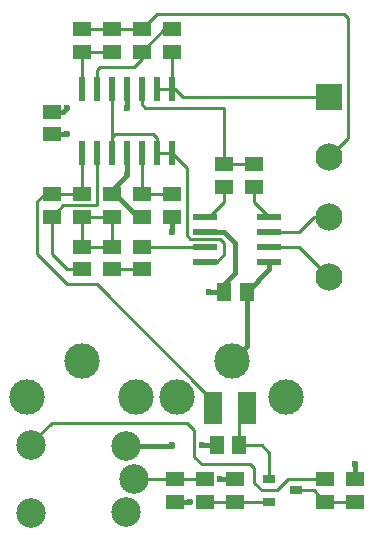
<source format=gbl>
G04 DipTrace 2.4.0.2*
%INeeg.back.gbl*%
%MOIN*%
%ADD14C,0.01*%
%ADD15C,0.016*%
%ADD18C,0.1181*%
%ADD19R,0.0591X0.0512*%
%ADD20R,0.063X0.1063*%
%ADD21R,0.0512X0.0591*%
%ADD22C,0.0984*%
%ADD23R,0.0906X0.0906*%
%ADD24C,0.0906*%
%ADD26R,0.0413X0.0256*%
%ADD27R,0.0787X0.0236*%
%ADD28R,0.0236X0.0787*%
%ADD29C,0.0236*%
%FSLAX44Y44*%
G04*
G70*
G90*
G75*
G01*
%LNBottom*%
%LPD*%
X15187Y14437D2*
D14*
X14687D1*
X14187Y13937D1*
X13187D1*
X15187Y12437D2*
X14187Y13437D1*
X13187D1*
X8937Y20687D2*
X7937D1*
X6939D1*
X6937Y20685D1*
X8937Y20687D2*
X9437Y21187D1*
X15687D1*
X15812Y21062D1*
Y17062D1*
X15187Y16437D1*
X13187Y12937D2*
D15*
Y12687D1*
X12437Y11937D1*
X8437Y16561D2*
Y15812D1*
X7937Y15185D2*
Y15312D1*
X8437Y15812D1*
X8937Y14439D2*
X8810D1*
X8187Y15062D1*
X8060D1*
X7937Y15185D1*
X12437Y11937D2*
Y10118D1*
X11937Y9618D1*
X5937Y17189D2*
X6437D1*
X10063Y4938D2*
X10562D1*
X8411Y6789D2*
X9960D1*
X9937Y6812D1*
X11439D2*
X10937D1*
X16063Y5686D2*
Y6186D1*
X12687Y15439D2*
D14*
Y14937D1*
X13187Y14437D1*
X11687Y15437D2*
Y14937D1*
X11187Y14437D1*
X11061D1*
X11687Y16185D2*
X12685D1*
X12687Y16187D1*
X8937Y18687D2*
Y18187D1*
X9062Y18062D1*
X11687D1*
Y16185D1*
X7437Y18687D2*
Y19312D1*
X7562Y19437D1*
X8687D1*
X8937Y19687D1*
Y19939D1*
X9937Y20685D2*
X9683D1*
X8937Y19939D1*
X6937Y19937D2*
X7935D1*
X7937Y19939D1*
X6937Y19937D2*
Y18687D1*
X11061Y13437D2*
X8939D1*
X8937Y13435D1*
Y15187D2*
X9937D1*
X8937Y16561D2*
Y15187D1*
Y12687D2*
X7939D1*
X7937Y12689D1*
Y13437D2*
X6939D1*
X6937Y13435D1*
Y14439D1*
X7937Y13437D2*
Y14437D1*
X6939D1*
X6937Y14439D1*
X5937D2*
Y13187D1*
X6437Y12687D1*
X6937D1*
X7437Y16561D2*
Y14812D1*
X6310D1*
X5937Y14439D1*
X6937Y15187D2*
X5937D1*
X6937D2*
Y16561D1*
X11335Y8062D2*
X11187D1*
X11062Y7937D1*
Y8562D1*
X7437Y12187D1*
X6437D1*
X5437Y13187D1*
Y14937D1*
X5687Y15187D1*
X5937D1*
X13187Y5685D2*
Y6562D1*
X12937Y6812D1*
X12187D1*
Y7812D1*
X12437Y8062D1*
X15063Y4938D2*
X16063D1*
X14093Y5311D2*
X14690D1*
X15063Y4938D1*
X11063D2*
X12063D1*
X13186D1*
X13187Y4937D1*
X8687Y5687D2*
X10062D1*
X10063Y5686D1*
X11063D1*
X5262Y6829D2*
Y6887D1*
X5937Y7562D1*
X10437D1*
X10687Y7312D1*
Y6437D1*
X10937Y6187D1*
X12562D1*
X12687Y6062D1*
Y5562D1*
X12937Y5312D1*
X13437D1*
X13812Y5687D1*
X15062D1*
X15063Y5686D1*
X9937Y19937D2*
Y18687D1*
X9437D1*
X9937D2*
X10062D1*
X10312Y18437D1*
X15187D1*
X11061Y13937D2*
D15*
X11687D1*
X12062Y13562D1*
Y12562D1*
X11689Y12189D1*
Y11937D1*
X8437Y18687D2*
Y18062D1*
X5937Y17937D2*
X6312D1*
X6437Y18062D1*
X9937Y14439D2*
Y13937D1*
X11689Y11937D2*
X11187D1*
X12063Y5686D2*
X11562D1*
X11061Y12937D2*
D14*
X11437D1*
X11687Y13187D1*
Y13562D1*
X11562Y13687D1*
X10562D1*
X10437Y13812D1*
Y16061D1*
X9937Y16561D1*
X9437D2*
X9937D1*
X7937D2*
Y17062D1*
X8062Y17187D1*
X9312D1*
X9437Y17062D1*
Y16561D1*
X7937Y18687D2*
Y17081D1*
X8062Y17187D1*
D29*
X8437Y15812D3*
X6437Y17189D3*
X10562Y4938D3*
X9937Y6812D3*
X10937D3*
X16063Y6186D3*
X8437Y18062D3*
X6437D3*
X9937Y13937D3*
X11187Y11937D3*
X11562Y5686D3*
D18*
X13768Y8437D3*
X10106D3*
X8768D3*
X5106D3*
X11937Y9618D3*
X6937D3*
D19*
X5937Y15187D3*
Y14439D3*
X8937Y12687D3*
Y13435D3*
X15063Y5686D3*
Y4938D3*
X7937Y14437D3*
Y15185D3*
D20*
X12437Y8062D3*
X11335D3*
D19*
X11063Y4938D3*
Y5686D3*
X8937Y20687D3*
Y19939D3*
X7937Y20687D3*
Y19939D3*
X5937Y17937D3*
Y17189D3*
D21*
X11689Y11937D3*
X12437D3*
D22*
X8687Y5687D3*
X8411Y6789D3*
Y4585D3*
X5262Y6829D3*
Y4545D3*
D23*
X15187Y18437D3*
D24*
Y16437D3*
Y14437D3*
Y12437D3*
D26*
X13187Y4937D3*
Y5685D3*
X14093Y5311D3*
D19*
X11687Y15437D3*
Y16185D3*
X9937Y14439D3*
Y15187D3*
X8937D3*
Y14439D3*
X7937Y13437D3*
Y12689D3*
X6937Y12687D3*
Y13435D3*
Y15187D3*
Y14439D3*
X10063Y5686D3*
Y4938D3*
X12063Y5686D3*
Y4938D3*
X16063D3*
Y5686D3*
D21*
X12187Y6812D3*
X11439D3*
D19*
X12687Y15439D3*
Y16187D3*
X6937Y19937D3*
Y20685D3*
X9937Y19937D3*
Y20685D3*
D27*
X13187Y14437D3*
Y13937D3*
Y13437D3*
Y12937D3*
X11061D3*
Y13437D3*
Y13937D3*
Y14437D3*
D28*
X6937Y18687D3*
X7437D3*
X7937D3*
X8437D3*
X8937D3*
X9437D3*
X9937D3*
Y16561D3*
X9437D3*
X8937D3*
X8437D3*
X7937D3*
X7437D3*
X6937D3*
M02*

</source>
